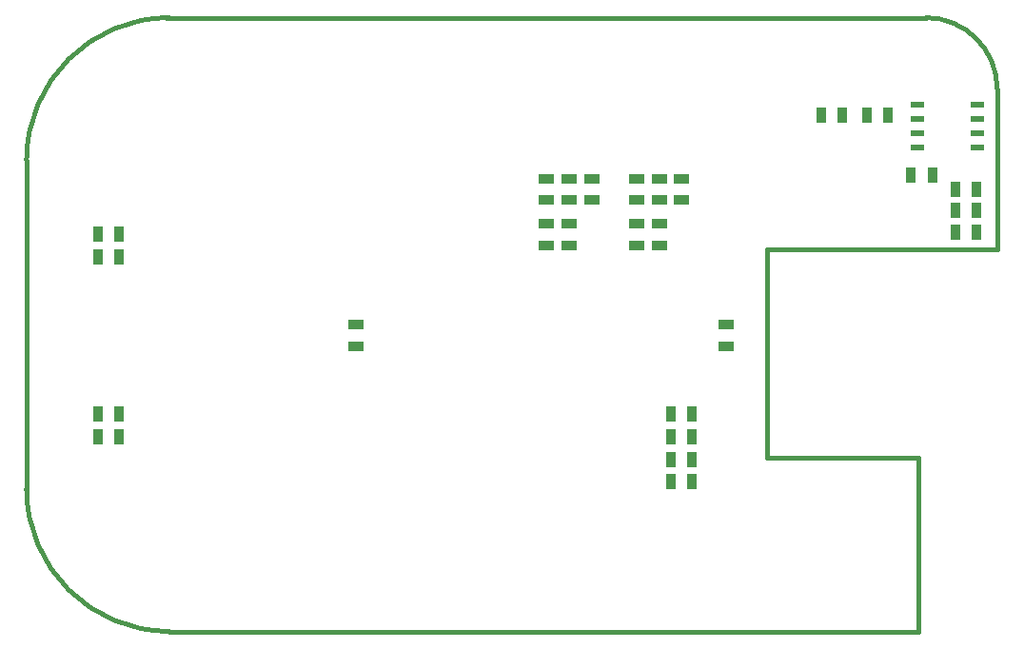
<source format=gtp>
G04 (created by PCBNEW (25-Oct-2014 BZR 4029)-stable) date Wed 18 Mar 2015 08:41:43 PM EET*
%MOIN*%
G04 Gerber Fmt 3.4, Leading zero omitted, Abs format*
%FSLAX34Y34*%
G01*
G70*
G90*
G04 APERTURE LIST*
%ADD10C,0.00590551*%
%ADD11C,0.015*%
%ADD12R,0.045X0.02*%
%ADD13R,0.035X0.055*%
%ADD14R,0.055X0.035*%
G04 APERTURE END LIST*
G54D10*
G54D11*
X29174Y0D02*
X5262Y0D01*
X9200Y-21500D02*
X9250Y-21500D01*
X5066Y-21500D02*
X28651Y-21500D01*
X31250Y-15400D02*
X25950Y-15400D01*
X31250Y-21500D02*
X28500Y-21500D01*
X31250Y-21500D02*
X31250Y-15450D01*
X5250Y0D02*
X4900Y0D01*
X25200Y0D02*
X27250Y0D01*
X27250Y-21500D02*
X25250Y-21500D01*
X5000Y-21500D02*
X5250Y-21500D01*
X27250Y-21500D02*
X28500Y-21500D01*
X27250Y0D02*
X28500Y0D01*
X25950Y-8100D02*
X25950Y-15400D01*
X34000Y-8100D02*
X25950Y-8100D01*
X34000Y-7900D02*
X34000Y-8100D01*
X28400Y0D02*
X31500Y0D01*
X0Y-5000D02*
X0Y-16500D01*
X34000Y-2500D02*
X34000Y-7950D01*
X34000Y-2500D02*
G75*
G03X31500Y0I-2500J0D01*
G74*
G01*
X0Y-16500D02*
G75*
G03X5000Y-21500I5000J0D01*
G74*
G01*
X5000Y0D02*
G75*
G03X0Y-5000I0J-5000D01*
G74*
G01*
G54D12*
X31200Y-4550D03*
X33300Y-4550D03*
X31200Y-4050D03*
X31200Y-3550D03*
X31200Y-3050D03*
X33300Y-4050D03*
X33300Y-3550D03*
X33300Y-3050D03*
G54D13*
X30975Y-5500D03*
X31725Y-5500D03*
X28575Y-3400D03*
X27825Y-3400D03*
X29425Y-3400D03*
X30175Y-3400D03*
X32525Y-6750D03*
X33275Y-6750D03*
X32525Y-7500D03*
X33275Y-7500D03*
X32525Y-6000D03*
X33275Y-6000D03*
X2488Y-13895D03*
X3238Y-13895D03*
X2488Y-8383D03*
X3238Y-8383D03*
X22567Y-15470D03*
X23317Y-15470D03*
X22567Y-13895D03*
X23317Y-13895D03*
X3238Y-7596D03*
X2488Y-7596D03*
X2488Y-14683D03*
X3238Y-14683D03*
X23317Y-16257D03*
X22567Y-16257D03*
X22567Y-14683D03*
X23317Y-14683D03*
G54D14*
X22155Y-7221D03*
X22155Y-7971D03*
X22155Y-6396D03*
X22155Y-5646D03*
X19005Y-6396D03*
X19005Y-5646D03*
X19005Y-7221D03*
X19005Y-7971D03*
X21367Y-6396D03*
X21367Y-5646D03*
X21367Y-7221D03*
X21367Y-7971D03*
X18218Y-7221D03*
X18218Y-7971D03*
X18218Y-6396D03*
X18218Y-5646D03*
X11525Y-10764D03*
X11525Y-11514D03*
X24517Y-10764D03*
X24517Y-11514D03*
X19792Y-5646D03*
X19792Y-6396D03*
X22942Y-5646D03*
X22942Y-6396D03*
M02*

</source>
